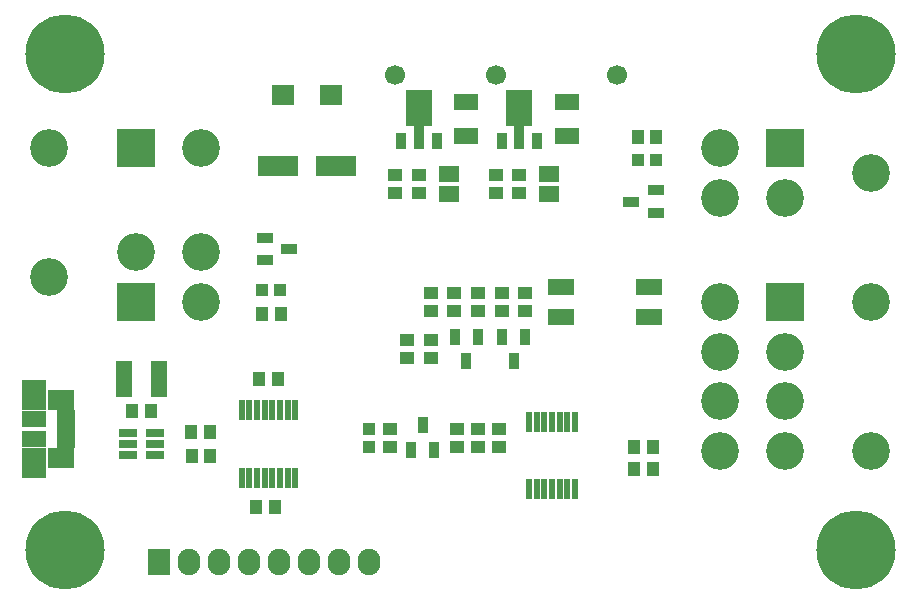
<source format=gbr>
%TF.GenerationSoftware,KiCad,Pcbnew,no-vcs-found*%
%TF.CreationDate,2017-10-09T11:26:26+10:30*%
%TF.ProjectId,clearpath-sc-single-channel,636C656172706174682D73632D73696E,1.0*%
%TF.SameCoordinates,Original*%
%TF.FileFunction,Soldermask,Top*%
%TF.FilePolarity,Negative*%
%FSLAX46Y46*%
G04 Gerber Fmt 4.6, Leading zero omitted, Abs format (unit mm)*
G04 Created by KiCad (PCBNEW no-vcs-found) date Mon Oct  9 11:26:26 2017*
%MOMM*%
%LPD*%
G01*
G04 APERTURE LIST*
%ADD10R,1.380000X3.010000*%
%ADD11R,2.200000X1.400000*%
%ADD12R,3.200000X3.200000*%
%ADD13C,3.200000*%
%ADD14R,1.120000X1.170000*%
%ADD15R,2.020000X1.360000*%
%ADD16R,1.670000X1.360000*%
%ADD17R,3.470000X1.780000*%
%ADD18R,1.170000X1.120000*%
%ADD19R,1.860000X1.820000*%
%ADD20R,1.380000X0.810000*%
%ADD21R,1.110000X1.130000*%
%ADD22R,0.810000X1.380000*%
%ADD23R,1.130000X1.110000*%
%ADD24R,2.100000X1.375000*%
%ADD25R,2.100000X2.575000*%
%ADD26R,2.300000X1.675000*%
%ADD27R,1.580000X0.650000*%
%ADD28C,6.700000*%
%ADD29R,1.180000X1.050000*%
%ADD30R,1.050000X1.180000*%
%ADD31R,0.900000X1.400000*%
%ADD32R,0.900000X1.200000*%
%ADD33R,2.200000X3.125000*%
%ADD34R,0.610000X1.770000*%
%ADD35R,1.550000X0.760000*%
%ADD36C,1.700000*%
%ADD37R,1.927200X2.232000*%
%ADD38O,1.927200X2.232000*%
G04 APERTURE END LIST*
D10*
%TO.C,F1*%
X109015000Y-131500000D03*
X111985000Y-131500000D03*
%TD*%
D11*
%TO.C,FB1*%
X153500000Y-126270000D03*
X153500000Y-123730000D03*
X146000000Y-123730000D03*
X146000000Y-126270000D03*
%TD*%
D12*
%TO.C,P4*%
X165000000Y-125000000D03*
D13*
X165000000Y-129200000D03*
X165000000Y-133400000D03*
X165000000Y-137600000D03*
X159500000Y-125000000D03*
X159500000Y-129200000D03*
X159500000Y-133400000D03*
X159500000Y-137600000D03*
X172300000Y-125000000D03*
X172300000Y-137600000D03*
%TD*%
D12*
%TO.C,P2*%
X110000000Y-125000000D03*
D13*
X110000000Y-120800000D03*
X115500000Y-125000000D03*
X115500000Y-120800000D03*
X102700000Y-122900000D03*
%TD*%
D12*
%TO.C,P3*%
X165000000Y-112000000D03*
D13*
X165000000Y-116200000D03*
X159500000Y-112000000D03*
X159500000Y-116200000D03*
X172300000Y-114100000D03*
%TD*%
D12*
%TO.C,P1*%
X110000000Y-112000000D03*
D13*
X115500000Y-112000000D03*
X102700000Y-112000000D03*
%TD*%
D14*
%TO.C,C1*%
X122025000Y-131500000D03*
X120475000Y-131500000D03*
%TD*%
%TO.C,C2*%
X121775000Y-142350000D03*
X120225000Y-142350000D03*
%TD*%
D15*
%TO.C,C3*%
X138000000Y-108025000D03*
X138000000Y-110975000D03*
%TD*%
D16*
%TO.C,C4*%
X136500000Y-115875000D03*
X136500000Y-114125000D03*
%TD*%
D17*
%TO.C,C5*%
X126980000Y-113500000D03*
X122020000Y-113500000D03*
%TD*%
D15*
%TO.C,C6*%
X146500000Y-110975000D03*
X146500000Y-108025000D03*
%TD*%
D16*
%TO.C,C7*%
X145000000Y-114125000D03*
X145000000Y-115875000D03*
%TD*%
D14*
%TO.C,C8*%
X109725000Y-134250000D03*
X111275000Y-134250000D03*
%TD*%
D18*
%TO.C,C9*%
X141000000Y-124225000D03*
X141000000Y-125775000D03*
%TD*%
%TO.C,C10*%
X135000000Y-124225000D03*
X135000000Y-125775000D03*
%TD*%
%TO.C,C11*%
X139000000Y-135725000D03*
X139000000Y-137275000D03*
%TD*%
D19*
%TO.C,D1*%
X126530000Y-107500000D03*
X122470000Y-107500000D03*
%TD*%
D20*
%TO.C,D2*%
X120975000Y-119550000D03*
X120975000Y-121450000D03*
X123025000Y-120500000D03*
%TD*%
%TO.C,D3*%
X151975000Y-116500000D03*
X154025000Y-115550000D03*
X154025000Y-117450000D03*
%TD*%
D21*
%TO.C,D4*%
X120740000Y-124000000D03*
X122260000Y-124000000D03*
%TD*%
%TO.C,D5*%
X154020000Y-113000000D03*
X152500000Y-113000000D03*
%TD*%
D22*
%TO.C,D6*%
X134300000Y-135450000D03*
X135250000Y-137500000D03*
X133350000Y-137500000D03*
%TD*%
D23*
%TO.C,D7*%
X129750000Y-137260000D03*
X129750000Y-135740000D03*
%TD*%
D24*
%TO.C,J?1*%
X101420000Y-136590000D03*
X101420000Y-134910000D03*
D25*
X101420000Y-138660000D03*
X101420000Y-132840000D03*
D26*
X103720000Y-138212500D03*
X103720000Y-133287500D03*
D27*
X104080000Y-137050000D03*
X104080000Y-136400000D03*
X104080000Y-135750000D03*
X104080000Y-135100000D03*
X104080000Y-134450000D03*
%TD*%
D28*
%TO.C,MNT1*%
X171000000Y-104000000D03*
%TD*%
%TO.C,MNT2*%
X171000000Y-146000000D03*
%TD*%
%TO.C,MNT3*%
X104000000Y-146000000D03*
%TD*%
%TO.C,MNT4*%
X104000000Y-104000000D03*
%TD*%
D22*
%TO.C,Q1*%
X138950000Y-127975000D03*
X137050000Y-127975000D03*
X138000000Y-130025000D03*
%TD*%
%TO.C,Q2*%
X142950000Y-127975000D03*
X141050000Y-127975000D03*
X142000000Y-130025000D03*
%TD*%
D29*
%TO.C,R1*%
X132000000Y-114225000D03*
X132000000Y-115775000D03*
%TD*%
%TO.C,R2*%
X134000000Y-114225000D03*
X134000000Y-115775000D03*
%TD*%
%TO.C,R3*%
X140500000Y-115775000D03*
X140500000Y-114225000D03*
%TD*%
%TO.C,R4*%
X142500000Y-115775000D03*
X142500000Y-114225000D03*
%TD*%
D30*
%TO.C,R5*%
X114725000Y-136000000D03*
X116275000Y-136000000D03*
%TD*%
%TO.C,R6*%
X116300000Y-138000000D03*
X114750000Y-138000000D03*
%TD*%
%TO.C,R7*%
X122275000Y-126000000D03*
X120725000Y-126000000D03*
%TD*%
%TO.C,R8*%
X154050000Y-111000000D03*
X152500000Y-111000000D03*
%TD*%
D29*
%TO.C,R9*%
X133000000Y-129775000D03*
X133000000Y-128225000D03*
%TD*%
%TO.C,R10*%
X137000000Y-124225000D03*
X137000000Y-125775000D03*
%TD*%
%TO.C,R11*%
X135000000Y-129775000D03*
X135000000Y-128225000D03*
%TD*%
%TO.C,R12*%
X139000000Y-124225000D03*
X139000000Y-125775000D03*
%TD*%
%TO.C,R13*%
X143000000Y-125775000D03*
X143000000Y-124225000D03*
%TD*%
D30*
%TO.C,R14*%
X153775000Y-139100000D03*
X152225000Y-139100000D03*
%TD*%
%TO.C,R15*%
X152225000Y-137250000D03*
X153775000Y-137250000D03*
%TD*%
D29*
%TO.C,R16*%
X137250000Y-137275000D03*
X137250000Y-135725000D03*
%TD*%
%TO.C,R17*%
X131500000Y-137275000D03*
X131500000Y-135725000D03*
%TD*%
D31*
%TO.C,U1*%
X132500000Y-111375000D03*
X134000000Y-111375000D03*
X135500000Y-111375000D03*
D32*
X134000000Y-110389000D03*
D33*
X134000000Y-108537500D03*
%TD*%
D34*
%TO.C,U2*%
X118975000Y-134130000D03*
X119625000Y-134130000D03*
X120275000Y-134130000D03*
X120925000Y-134130000D03*
X121575000Y-134130000D03*
X122225000Y-134130000D03*
X122875000Y-134130000D03*
X123525000Y-134130000D03*
X123525000Y-139870000D03*
X122875000Y-139870000D03*
X122225000Y-139870000D03*
X121575000Y-139870000D03*
X120925000Y-139870000D03*
X120275000Y-139870000D03*
X119625000Y-139870000D03*
X118975000Y-139870000D03*
%TD*%
D35*
%TO.C,U3*%
X109325000Y-136050000D03*
X109325000Y-137000000D03*
X109325000Y-137950000D03*
X111675000Y-137950000D03*
X111675000Y-137000000D03*
X111675000Y-136050000D03*
%TD*%
D33*
%TO.C,U4*%
X142500000Y-108537500D03*
D32*
X142500000Y-110389000D03*
D31*
X144000000Y-111375000D03*
X142500000Y-111375000D03*
X141000000Y-111375000D03*
%TD*%
D34*
%TO.C,U5*%
X143300000Y-135130000D03*
X143950000Y-135130000D03*
X144600000Y-135130000D03*
X145250000Y-135130000D03*
X145900000Y-135130000D03*
X146550000Y-135130000D03*
X147200000Y-135130000D03*
X147200000Y-140870000D03*
X146550000Y-140870000D03*
X145900000Y-140870000D03*
X145250000Y-140870000D03*
X144600000Y-140870000D03*
X143950000Y-140870000D03*
X143300000Y-140870000D03*
%TD*%
D36*
%TO.C,TEST1*%
X132000000Y-105750000D03*
%TD*%
%TO.C,TEST2*%
X140500000Y-105750000D03*
%TD*%
%TO.C,TEST3*%
X150750000Y-105750000D03*
%TD*%
D18*
%TO.C,C12*%
X140750000Y-135725000D03*
X140750000Y-137275000D03*
%TD*%
D37*
%TO.C,P5*%
X112000000Y-147000000D03*
D38*
X114540000Y-147000000D03*
X117080000Y-147000000D03*
X119620000Y-147000000D03*
X122160000Y-147000000D03*
X124700000Y-147000000D03*
X127240000Y-147000000D03*
X129780000Y-147000000D03*
%TD*%
M02*

</source>
